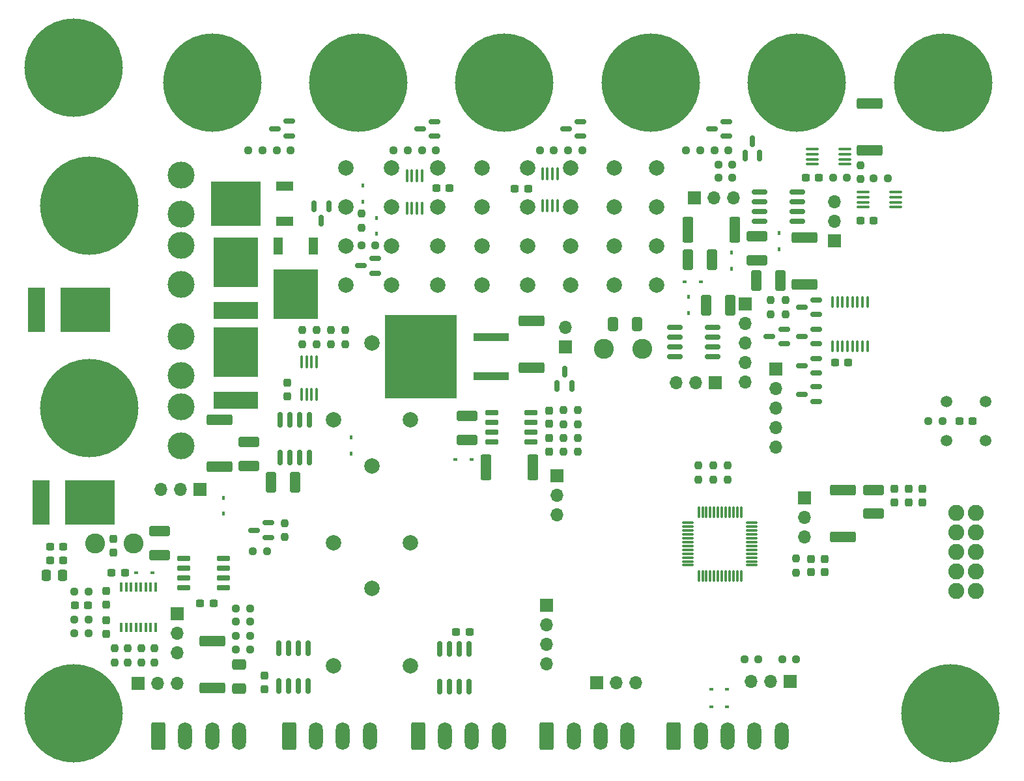
<source format=gbr>
%TF.GenerationSoftware,KiCad,Pcbnew,7.0.9-7.0.9~ubuntu22.04.1*%
%TF.CreationDate,2023-11-29T19:20:40+01:00*%
%TF.ProjectId,battery-management-system,62617474-6572-4792-9d6d-616e6167656d,rev?*%
%TF.SameCoordinates,Original*%
%TF.FileFunction,Soldermask,Bot*%
%TF.FilePolarity,Negative*%
%FSLAX46Y46*%
G04 Gerber Fmt 4.6, Leading zero omitted, Abs format (unit mm)*
G04 Created by KiCad (PCBNEW 7.0.9-7.0.9~ubuntu22.04.1) date 2023-11-29 19:20:40*
%MOMM*%
%LPD*%
G01*
G04 APERTURE LIST*
G04 Aperture macros list*
%AMRoundRect*
0 Rectangle with rounded corners*
0 $1 Rounding radius*
0 $2 $3 $4 $5 $6 $7 $8 $9 X,Y pos of 4 corners*
0 Add a 4 corners polygon primitive as box body*
4,1,4,$2,$3,$4,$5,$6,$7,$8,$9,$2,$3,0*
0 Add four circle primitives for the rounded corners*
1,1,$1+$1,$2,$3*
1,1,$1+$1,$4,$5*
1,1,$1+$1,$6,$7*
1,1,$1+$1,$8,$9*
0 Add four rect primitives between the rounded corners*
20,1,$1+$1,$2,$3,$4,$5,0*
20,1,$1+$1,$4,$5,$6,$7,0*
20,1,$1+$1,$6,$7,$8,$9,0*
20,1,$1+$1,$8,$9,$2,$3,0*%
G04 Aperture macros list end*
%ADD10C,3.500000*%
%ADD11C,2.000000*%
%ADD12RoundRect,0.250000X-0.650000X-1.550000X0.650000X-1.550000X0.650000X1.550000X-0.650000X1.550000X0*%
%ADD13O,1.800000X3.600000*%
%ADD14C,6.800000*%
%ADD15C,12.800000*%
%ADD16R,1.700000X1.700000*%
%ADD17O,1.700000X1.700000*%
%ADD18C,1.500000*%
%ADD19C,2.600000*%
%ADD20C,2.083600*%
%ADD21RoundRect,0.100000X-0.100000X0.712500X-0.100000X-0.712500X0.100000X-0.712500X0.100000X0.712500X0*%
%ADD22RoundRect,0.237500X-0.237500X0.250000X-0.237500X-0.250000X0.237500X-0.250000X0.237500X0.250000X0*%
%ADD23RoundRect,0.237500X0.250000X0.237500X-0.250000X0.237500X-0.250000X-0.237500X0.250000X-0.237500X0*%
%ADD24R,5.760000X2.200000*%
%ADD25R,5.800000X6.400000*%
%ADD26RoundRect,0.249999X1.425001X-0.450001X1.425001X0.450001X-1.425001X0.450001X-1.425001X-0.450001X0*%
%ADD27RoundRect,0.237500X-0.300000X-0.237500X0.300000X-0.237500X0.300000X0.237500X-0.300000X0.237500X0*%
%ADD28RoundRect,0.150000X0.587500X0.150000X-0.587500X0.150000X-0.587500X-0.150000X0.587500X-0.150000X0*%
%ADD29RoundRect,0.237500X-0.237500X0.300000X-0.237500X-0.300000X0.237500X-0.300000X0.237500X0.300000X0*%
%ADD30RoundRect,0.237500X0.300000X0.237500X-0.300000X0.237500X-0.300000X-0.237500X0.300000X-0.237500X0*%
%ADD31R,0.450000X0.600000*%
%ADD32RoundRect,0.150000X0.150000X-0.587500X0.150000X0.587500X-0.150000X0.587500X-0.150000X-0.587500X0*%
%ADD33RoundRect,0.250000X0.337500X0.475000X-0.337500X0.475000X-0.337500X-0.475000X0.337500X-0.475000X0*%
%ADD34RoundRect,0.150000X0.825000X0.150000X-0.825000X0.150000X-0.825000X-0.150000X0.825000X-0.150000X0*%
%ADD35RoundRect,0.100000X0.712500X0.100000X-0.712500X0.100000X-0.712500X-0.100000X0.712500X-0.100000X0*%
%ADD36RoundRect,0.250000X-0.412500X-1.100000X0.412500X-1.100000X0.412500X1.100000X-0.412500X1.100000X0*%
%ADD37RoundRect,0.237500X0.237500X-0.250000X0.237500X0.250000X-0.237500X0.250000X-0.237500X-0.250000X0*%
%ADD38RoundRect,0.250000X1.100000X-0.412500X1.100000X0.412500X-1.100000X0.412500X-1.100000X-0.412500X0*%
%ADD39RoundRect,0.237500X0.237500X-0.300000X0.237500X0.300000X-0.237500X0.300000X-0.237500X-0.300000X0*%
%ADD40RoundRect,0.237500X-0.250000X-0.237500X0.250000X-0.237500X0.250000X0.237500X-0.250000X0.237500X0*%
%ADD41RoundRect,0.150000X0.150000X-0.825000X0.150000X0.825000X-0.150000X0.825000X-0.150000X-0.825000X0*%
%ADD42R,2.200000X1.200000*%
%ADD43R,6.400000X5.800000*%
%ADD44RoundRect,0.250000X-1.100000X0.412500X-1.100000X-0.412500X1.100000X-0.412500X1.100000X0.412500X0*%
%ADD45RoundRect,0.100000X-0.100000X0.637500X-0.100000X-0.637500X0.100000X-0.637500X0.100000X0.637500X0*%
%ADD46RoundRect,0.150000X-0.150000X0.587500X-0.150000X-0.587500X0.150000X-0.587500X0.150000X0.587500X0*%
%ADD47R,0.600000X0.450000*%
%ADD48RoundRect,0.250000X0.412500X1.100000X-0.412500X1.100000X-0.412500X-1.100000X0.412500X-1.100000X0*%
%ADD49RoundRect,0.249999X-0.450001X-1.425001X0.450001X-1.425001X0.450001X1.425001X-0.450001X1.425001X0*%
%ADD50RoundRect,0.250000X0.412500X0.650000X-0.412500X0.650000X-0.412500X-0.650000X0.412500X-0.650000X0*%
%ADD51R,4.600000X1.100000*%
%ADD52R,9.400000X10.800000*%
%ADD53RoundRect,0.150000X0.725000X0.150000X-0.725000X0.150000X-0.725000X-0.150000X0.725000X-0.150000X0*%
%ADD54RoundRect,0.100000X0.100000X-0.712500X0.100000X0.712500X-0.100000X0.712500X-0.100000X-0.712500X0*%
%ADD55RoundRect,0.150000X-0.825000X-0.150000X0.825000X-0.150000X0.825000X0.150000X-0.825000X0.150000X0*%
%ADD56RoundRect,0.249999X-1.425001X0.450001X-1.425001X-0.450001X1.425001X-0.450001X1.425001X0.450001X0*%
%ADD57RoundRect,0.075000X0.662500X0.075000X-0.662500X0.075000X-0.662500X-0.075000X0.662500X-0.075000X0*%
%ADD58RoundRect,0.075000X0.075000X0.662500X-0.075000X0.662500X-0.075000X-0.662500X0.075000X-0.662500X0*%
%ADD59R,0.400000X1.200000*%
%ADD60RoundRect,0.150000X-0.150000X0.825000X-0.150000X-0.825000X0.150000X-0.825000X0.150000X0.825000X0*%
%ADD61RoundRect,0.250000X-0.650000X0.412500X-0.650000X-0.412500X0.650000X-0.412500X0.650000X0.412500X0*%
%ADD62R,1.200000X2.200000*%
%ADD63R,2.200000X5.760000*%
%ADD64RoundRect,0.249999X0.450001X1.425001X-0.450001X1.425001X-0.450001X-1.425001X0.450001X-1.425001X0*%
G04 APERTURE END LIST*
D10*
%TO.C,F1*%
X42000000Y-42000000D03*
X42000000Y-47080000D03*
X42000000Y-51140000D03*
X42000000Y-56220000D03*
%TD*%
D11*
%TO.C,SW6*%
X87000000Y-41080000D03*
X87000000Y-46160000D03*
X87000000Y-51240000D03*
X87000000Y-56320000D03*
%TD*%
D12*
%TO.C,J9*%
X106000000Y-115000000D03*
D13*
X109500000Y-115000000D03*
X113000000Y-115000000D03*
X116500000Y-115000000D03*
X120000000Y-115000000D03*
%TD*%
D12*
%TO.C,J18*%
X89500000Y-115000000D03*
D13*
X93000000Y-115000000D03*
X96500000Y-115000000D03*
X100000000Y-115000000D03*
%TD*%
D12*
%TO.C,J15*%
X39000000Y-115000000D03*
D13*
X42500000Y-115000000D03*
X46000000Y-115000000D03*
X49500000Y-115000000D03*
%TD*%
D14*
%TO.C,J5*%
X122000000Y-30000000D03*
D15*
X122000000Y-30000000D03*
%TD*%
D16*
%TO.C,J19*%
X111400000Y-69000000D03*
D17*
X108860000Y-69000000D03*
X106320000Y-69000000D03*
%TD*%
D11*
%TO.C,SW3*%
X98300000Y-41080000D03*
X98300000Y-46160000D03*
X98300000Y-51240000D03*
X98300000Y-56320000D03*
%TD*%
D10*
%TO.C,F2*%
X42000000Y-63000000D03*
X42000000Y-68080000D03*
X42000000Y-72140000D03*
X42000000Y-77220000D03*
%TD*%
D18*
%TO.C,RESET1*%
X146540000Y-76540000D03*
X146540000Y-71460000D03*
X141460000Y-76540000D03*
X141460000Y-71460000D03*
%TD*%
D11*
%TO.C,C32*%
X66800000Y-95800000D03*
X61800000Y-105800000D03*
X71800000Y-105800000D03*
%TD*%
D14*
%TO.C,J1*%
X46000000Y-30000000D03*
D15*
X46000000Y-30000000D03*
%TD*%
D14*
%TO.C,J10*%
X30000000Y-72300000D03*
D15*
X30000000Y-72300000D03*
%TD*%
D19*
%TO.C,L1*%
X35800000Y-89900000D03*
X30800000Y-89900000D03*
%TD*%
D11*
%TO.C,C30*%
X66800000Y-63800000D03*
X61800000Y-73800000D03*
X71800000Y-73800000D03*
%TD*%
%TO.C,SW1*%
X103800000Y-41080000D03*
X103800000Y-46160000D03*
X103800000Y-51240000D03*
X103800000Y-56320000D03*
%TD*%
D16*
%TO.C,J22*%
X119300000Y-67200000D03*
D17*
X119300000Y-69740000D03*
X119300000Y-72280000D03*
X119300000Y-74820000D03*
X119300000Y-77360000D03*
%TD*%
D16*
%TO.C,J11*%
X95975000Y-108000000D03*
D17*
X98515000Y-108000000D03*
X101055000Y-108000000D03*
%TD*%
D16*
%TO.C,J12*%
X123000000Y-84000000D03*
D17*
X123000000Y-86540000D03*
X123000000Y-89080000D03*
%TD*%
D12*
%TO.C,J17*%
X72767500Y-115000000D03*
D13*
X76267500Y-115000000D03*
X79767500Y-115000000D03*
X83267500Y-115000000D03*
%TD*%
D11*
%TO.C,C31*%
X66800000Y-79800000D03*
X61800000Y-89800000D03*
X71800000Y-89800000D03*
%TD*%
D16*
%TO.C,J23*%
X91900000Y-64375000D03*
D17*
X91900000Y-61835000D03*
%TD*%
D12*
%TO.C,J16*%
X56000000Y-115000000D03*
D13*
X59500000Y-115000000D03*
X63000000Y-115000000D03*
X66500000Y-115000000D03*
%TD*%
D16*
%TO.C,J21*%
X36400000Y-108100000D03*
D17*
X38940000Y-108100000D03*
X41480000Y-108100000D03*
%TD*%
D16*
%TO.C,J14*%
X44425000Y-82900000D03*
D17*
X41885000Y-82900000D03*
X39345000Y-82900000D03*
%TD*%
D14*
%TO.C,J6*%
X30000000Y-46000000D03*
D15*
X30000000Y-46000000D03*
%TD*%
D16*
%TO.C,J24*%
X41500000Y-99075000D03*
D17*
X41500000Y-101615000D03*
X41500000Y-104155000D03*
%TD*%
D14*
%TO.C,J3*%
X84000000Y-30000000D03*
D15*
X84000000Y-30000000D03*
%TD*%
D16*
%TO.C,J20*%
X121125000Y-107900000D03*
D17*
X118585000Y-107900000D03*
X116045000Y-107900000D03*
%TD*%
D15*
%TO.C,H2*%
X28000000Y-112000000D03*
%TD*%
%TO.C,H3*%
X142000000Y-112000000D03*
%TD*%
D11*
%TO.C,SW2*%
X92600000Y-41080000D03*
X92600000Y-46160000D03*
X92600000Y-51240000D03*
X92600000Y-56320000D03*
%TD*%
D20*
%TO.C,U5*%
X142730000Y-88460000D03*
X142730000Y-91000000D03*
X142730000Y-96080000D03*
X145270000Y-96080000D03*
X142730000Y-93540000D03*
X145270000Y-88460000D03*
X145270000Y-85920000D03*
X145270000Y-91000000D03*
X145270000Y-93540000D03*
X142730000Y-85920000D03*
%TD*%
D14*
%TO.C,J2*%
X65000000Y-30000000D03*
D15*
X65000000Y-30000000D03*
%TD*%
D19*
%TO.C,L2*%
X101900000Y-64600000D03*
X96900000Y-64600000D03*
%TD*%
D16*
%TO.C,J13*%
X89500000Y-97960000D03*
D17*
X89500000Y-100500000D03*
X89500000Y-103040000D03*
X89500000Y-105580000D03*
%TD*%
D16*
%TO.C,J26*%
X108675000Y-45000000D03*
D17*
X111215000Y-45000000D03*
X113755000Y-45000000D03*
%TD*%
D14*
%TO.C,J8*%
X141000000Y-30000000D03*
D15*
X141000000Y-30000000D03*
%TD*%
D16*
%TO.C,J27*%
X115300000Y-58800000D03*
D17*
X115300000Y-61340000D03*
X115300000Y-63880000D03*
X115300000Y-66420000D03*
X115300000Y-68960000D03*
%TD*%
D11*
%TO.C,SW7*%
X63400000Y-41080000D03*
X63400000Y-46160000D03*
X63400000Y-51240000D03*
X63400000Y-56320000D03*
%TD*%
%TO.C,SW8*%
X75300000Y-41080000D03*
X75300000Y-46160000D03*
X75300000Y-51240000D03*
X75300000Y-56320000D03*
%TD*%
D14*
%TO.C,J4*%
X103000000Y-30000000D03*
D15*
X103000000Y-30000000D03*
%TD*%
%TO.C,H1*%
X28000000Y-28000000D03*
%TD*%
D16*
%TO.C,J28*%
X126900000Y-50525000D03*
D17*
X126900000Y-47985000D03*
X126900000Y-45445000D03*
%TD*%
D11*
%TO.C,SW5*%
X69300000Y-41080000D03*
X69300000Y-46160000D03*
X69300000Y-51240000D03*
X69300000Y-56320000D03*
%TD*%
%TO.C,SW4*%
X81100000Y-41080000D03*
X81100000Y-46160000D03*
X81100000Y-51240000D03*
X81100000Y-56320000D03*
%TD*%
D16*
%TO.C,J25*%
X90800000Y-81100000D03*
D17*
X90800000Y-83640000D03*
X90800000Y-86180000D03*
%TD*%
D21*
%TO.C,U10*%
X57625000Y-66287500D03*
X58275000Y-66287500D03*
X58925000Y-66287500D03*
X59575000Y-66287500D03*
X59575000Y-70512500D03*
X58925000Y-70512500D03*
X58275000Y-70512500D03*
X57625000Y-70512500D03*
%TD*%
D22*
%TO.C,R50*%
X120500000Y-58287500D03*
X120500000Y-60112500D03*
%TD*%
D23*
%TO.C,R29*%
X90412500Y-38800000D03*
X88587500Y-38800000D03*
%TD*%
D24*
%TO.C,D9*%
X49100000Y-71300000D03*
D25*
X49100000Y-65000000D03*
%TD*%
D26*
%TO.C,R59*%
X128000000Y-89050000D03*
X128000000Y-82950000D03*
%TD*%
D27*
%TO.C,C17*%
X85337500Y-43800000D03*
X87062500Y-43800000D03*
%TD*%
D23*
%TO.C,R47*%
X53112500Y-90900000D03*
X51287500Y-90900000D03*
%TD*%
D27*
%TO.C,C26*%
X143137500Y-74000000D03*
X144862500Y-74000000D03*
%TD*%
D28*
%TO.C,Q7*%
X74875000Y-35050000D03*
X74875000Y-36950000D03*
X73000000Y-36000000D03*
%TD*%
D29*
%TO.C,C24*%
X125600000Y-91937500D03*
X125600000Y-93662500D03*
%TD*%
D23*
%TO.C,R26*%
X75112500Y-38800000D03*
X73287500Y-38800000D03*
%TD*%
D30*
%TO.C,C34*%
X131962500Y-47900000D03*
X130237500Y-47900000D03*
%TD*%
D31*
%TO.C,D24*%
X119700000Y-51650000D03*
X119700000Y-49550000D03*
%TD*%
D32*
%TO.C,Q11*%
X92750000Y-69437500D03*
X90850000Y-69437500D03*
X91800000Y-67562500D03*
%TD*%
D33*
%TO.C,C9*%
X26537500Y-94100000D03*
X24462500Y-94100000D03*
%TD*%
D34*
%TO.C,U15*%
X111075000Y-61795000D03*
X111075000Y-63065000D03*
X111075000Y-64335000D03*
X111075000Y-65605000D03*
X106125000Y-65605000D03*
X106125000Y-64335000D03*
X106125000Y-63065000D03*
X106125000Y-61795000D03*
%TD*%
D35*
%TO.C,U11*%
X128212500Y-38625000D03*
X128212500Y-39275000D03*
X128212500Y-39925000D03*
X128212500Y-40575000D03*
X123987500Y-40575000D03*
X123987500Y-39925000D03*
X123987500Y-39275000D03*
X123987500Y-38625000D03*
%TD*%
D29*
%TO.C,C4*%
X89800000Y-76237500D03*
X89800000Y-77962500D03*
%TD*%
D27*
%TO.C,C33*%
X126937500Y-66400000D03*
X128662500Y-66400000D03*
%TD*%
D29*
%TO.C,C25*%
X123800000Y-91937500D03*
X123800000Y-93662500D03*
%TD*%
D31*
%TO.C,D15*%
X107900000Y-57850000D03*
X107900000Y-59950000D03*
%TD*%
D36*
%TO.C,C36*%
X110237500Y-58900000D03*
X113362500Y-58900000D03*
%TD*%
D37*
%TO.C,R8*%
X91700000Y-78012500D03*
X91700000Y-76187500D03*
%TD*%
D23*
%TO.C,R23*%
X113612500Y-40600000D03*
X111787500Y-40600000D03*
%TD*%
D37*
%TO.C,R9*%
X91700000Y-74412500D03*
X91700000Y-72587500D03*
%TD*%
D22*
%TO.C,R39*%
X59600000Y-62187500D03*
X59600000Y-64012500D03*
%TD*%
D27*
%TO.C,C14*%
X28137500Y-98000000D03*
X29862500Y-98000000D03*
%TD*%
D38*
%TO.C,C1*%
X39200000Y-91462500D03*
X39200000Y-88337500D03*
%TD*%
D39*
%TO.C,C10*%
X32200000Y-97862500D03*
X32200000Y-96137500D03*
%TD*%
D40*
%TO.C,R5*%
X49087500Y-100100000D03*
X50912500Y-100100000D03*
%TD*%
D23*
%TO.C,R28*%
X94112500Y-38800000D03*
X92287500Y-38800000D03*
%TD*%
D39*
%TO.C,C18*%
X52800000Y-108862500D03*
X52800000Y-107137500D03*
%TD*%
D23*
%TO.C,R22*%
X113612500Y-42300000D03*
X111787500Y-42300000D03*
%TD*%
%TO.C,R24*%
X56212500Y-38800000D03*
X54387500Y-38800000D03*
%TD*%
D41*
%TO.C,U9*%
X79405000Y-108575000D03*
X78135000Y-108575000D03*
X76865000Y-108575000D03*
X75595000Y-108575000D03*
X75595000Y-103625000D03*
X76865000Y-103625000D03*
X78135000Y-103625000D03*
X79405000Y-103625000D03*
%TD*%
D42*
%TO.C,Q2*%
X55400000Y-43420000D03*
D43*
X49100000Y-45700000D03*
D42*
X55400000Y-47980000D03*
%TD*%
D23*
%TO.C,R21*%
X121912500Y-105000000D03*
X120087500Y-105000000D03*
%TD*%
D37*
%TO.C,R42*%
X61400000Y-64012500D03*
X61400000Y-62187500D03*
%TD*%
D28*
%TO.C,Q12*%
X120337500Y-62050000D03*
X120337500Y-63950000D03*
X118462500Y-63000000D03*
%TD*%
D23*
%TO.C,R6*%
X50912500Y-101900000D03*
X49087500Y-101900000D03*
%TD*%
D40*
%TO.C,FB1*%
X28087500Y-96200000D03*
X29912500Y-96200000D03*
%TD*%
D31*
%TO.C,D3*%
X47500000Y-86050000D03*
X47500000Y-83950000D03*
%TD*%
D37*
%TO.C,R16*%
X36800000Y-105412500D03*
X36800000Y-103587500D03*
%TD*%
D23*
%TO.C,R7*%
X50912500Y-98400000D03*
X49087500Y-98400000D03*
%TD*%
D44*
%TO.C,C19*%
X132000000Y-82937500D03*
X132000000Y-86062500D03*
%TD*%
D39*
%TO.C,C27*%
X55800000Y-70762500D03*
X55800000Y-69037500D03*
%TD*%
D26*
%TO.C,R1*%
X131500000Y-38750000D03*
X131500000Y-32650000D03*
%TD*%
D45*
%TO.C,U13*%
X126625000Y-58537500D03*
X127275000Y-58537500D03*
X127925000Y-58537500D03*
X128575000Y-58537500D03*
X129225000Y-58537500D03*
X129875000Y-58537500D03*
X130525000Y-58537500D03*
X131175000Y-58537500D03*
X131175000Y-64262500D03*
X130525000Y-64262500D03*
X129875000Y-64262500D03*
X129225000Y-64262500D03*
X128575000Y-64262500D03*
X127925000Y-64262500D03*
X127275000Y-64262500D03*
X126625000Y-64262500D03*
%TD*%
D31*
%TO.C,D2*%
X67400000Y-47550000D03*
X67400000Y-49650000D03*
%TD*%
D28*
%TO.C,Q16*%
X124537500Y-65850000D03*
X124537500Y-67750000D03*
X122662500Y-66800000D03*
%TD*%
D23*
%TO.C,R55*%
X133812500Y-42400000D03*
X131987500Y-42400000D03*
%TD*%
%TO.C,R25*%
X52512500Y-38800000D03*
X50687500Y-38800000D03*
%TD*%
D46*
%TO.C,Q1*%
X59250000Y-46062500D03*
X61150000Y-46062500D03*
X60200000Y-47937500D03*
%TD*%
D29*
%TO.C,C21*%
X134700000Y-82837500D03*
X134700000Y-84562500D03*
%TD*%
D47*
%TO.C,D21*%
X110850000Y-108900000D03*
X112950000Y-108900000D03*
%TD*%
D26*
%TO.C,R51*%
X46000000Y-108750000D03*
X46000000Y-102650000D03*
%TD*%
D48*
%TO.C,C28*%
X56762500Y-82000000D03*
X53637500Y-82000000D03*
%TD*%
D40*
%TO.C,R35*%
X139087500Y-74000000D03*
X140912500Y-74000000D03*
%TD*%
D21*
%TO.C,U6*%
X71325000Y-42087500D03*
X71975000Y-42087500D03*
X72625000Y-42087500D03*
X73275000Y-42087500D03*
X73275000Y-46312500D03*
X72625000Y-46312500D03*
X71975000Y-46312500D03*
X71325000Y-46312500D03*
%TD*%
D49*
%TO.C,R52*%
X81550000Y-80000000D03*
X87650000Y-80000000D03*
%TD*%
D22*
%TO.C,R36*%
X109200000Y-79787500D03*
X109200000Y-81612500D03*
%TD*%
%TO.C,R49*%
X118600000Y-58287500D03*
X118600000Y-60112500D03*
%TD*%
D30*
%TO.C,C3*%
X46162500Y-97700000D03*
X44437500Y-97700000D03*
%TD*%
D23*
%TO.C,R30*%
X113112500Y-38800000D03*
X111287500Y-38800000D03*
%TD*%
D40*
%TO.C,R4*%
X49087500Y-103700000D03*
X50912500Y-103700000D03*
%TD*%
D50*
%TO.C,C8*%
X101262500Y-61400000D03*
X98137500Y-61400000D03*
%TD*%
D28*
%TO.C,Q10*%
X53337500Y-87250000D03*
X53337500Y-89150000D03*
X51462500Y-88200000D03*
%TD*%
D37*
%TO.C,R57*%
X130300000Y-42512500D03*
X130300000Y-40687500D03*
%TD*%
D22*
%TO.C,R38*%
X113000000Y-79787500D03*
X113000000Y-81612500D03*
%TD*%
D28*
%TO.C,Q6*%
X56000000Y-35000000D03*
X56000000Y-36900000D03*
X54125000Y-35950000D03*
%TD*%
D30*
%TO.C,C23*%
X79462500Y-101400000D03*
X77737500Y-101400000D03*
%TD*%
D22*
%TO.C,R2*%
X65400000Y-46987500D03*
X65400000Y-48812500D03*
%TD*%
D24*
%TO.C,D8*%
X49100000Y-59600000D03*
D25*
X49100000Y-53300000D03*
%TD*%
D51*
%TO.C,R48*%
X82275000Y-63060000D03*
X82275000Y-68140000D03*
D52*
X73125000Y-65600000D03*
%TD*%
D41*
%TO.C,U12*%
X58605000Y-78775000D03*
X57335000Y-78775000D03*
X56065000Y-78775000D03*
X54795000Y-78775000D03*
X54795000Y-73825000D03*
X56065000Y-73825000D03*
X57335000Y-73825000D03*
X58605000Y-73825000D03*
%TD*%
D39*
%TO.C,C12*%
X32200000Y-101662500D03*
X32200000Y-99937500D03*
%TD*%
D48*
%TO.C,C37*%
X119862500Y-55700000D03*
X116737500Y-55700000D03*
%TD*%
D30*
%TO.C,C35*%
X124862500Y-42300000D03*
X123137500Y-42300000D03*
%TD*%
D53*
%TO.C,U1*%
X47475000Y-91895000D03*
X47475000Y-93165000D03*
X47475000Y-94435000D03*
X47475000Y-95705000D03*
X42325000Y-95705000D03*
X42325000Y-94435000D03*
X42325000Y-93165000D03*
X42325000Y-91895000D03*
%TD*%
D47*
%TO.C,D23*%
X109550000Y-55900000D03*
X107450000Y-55900000D03*
%TD*%
D22*
%TO.C,R37*%
X111100000Y-79787500D03*
X111100000Y-81612500D03*
%TD*%
D31*
%TO.C,D1*%
X65600000Y-45450000D03*
X65600000Y-43350000D03*
%TD*%
D22*
%TO.C,R10*%
X93500000Y-72587500D03*
X93500000Y-74412500D03*
%TD*%
D54*
%TO.C,U7*%
X90875000Y-46012500D03*
X90225000Y-46012500D03*
X89575000Y-46012500D03*
X88925000Y-46012500D03*
X88925000Y-41787500D03*
X89575000Y-41787500D03*
X90225000Y-41787500D03*
X90875000Y-41787500D03*
%TD*%
D30*
%TO.C,C13*%
X26662500Y-92100000D03*
X24937500Y-92100000D03*
%TD*%
D38*
%TO.C,C29*%
X50800000Y-79862500D03*
X50800000Y-76737500D03*
%TD*%
D53*
%TO.C,U2*%
X87475000Y-72895000D03*
X87475000Y-74165000D03*
X87475000Y-75435000D03*
X87475000Y-76705000D03*
X82325000Y-76705000D03*
X82325000Y-75435000D03*
X82325000Y-74165000D03*
X82325000Y-72895000D03*
%TD*%
D32*
%TO.C,Q5*%
X117150000Y-39437500D03*
X115250000Y-39437500D03*
X116200000Y-37562500D03*
%TD*%
D23*
%TO.C,R3*%
X67212500Y-51100000D03*
X65387500Y-51100000D03*
%TD*%
D28*
%TO.C,Q4*%
X67237500Y-52850000D03*
X67237500Y-54750000D03*
X65362500Y-53800000D03*
%TD*%
D55*
%TO.C,U16*%
X117125000Y-48005000D03*
X117125000Y-46735000D03*
X117125000Y-45465000D03*
X117125000Y-44195000D03*
X122075000Y-44195000D03*
X122075000Y-45465000D03*
X122075000Y-46735000D03*
X122075000Y-48005000D03*
%TD*%
D28*
%TO.C,Q17*%
X124537500Y-69550000D03*
X124537500Y-71450000D03*
X122662500Y-70500000D03*
%TD*%
D47*
%TO.C,D20*%
X77650000Y-79000000D03*
X79750000Y-79000000D03*
%TD*%
D30*
%TO.C,C16*%
X76862500Y-43700000D03*
X75137500Y-43700000D03*
%TD*%
D22*
%TO.C,R46*%
X55400000Y-87287500D03*
X55400000Y-89112500D03*
%TD*%
D56*
%TO.C,R43*%
X47000000Y-73850000D03*
X47000000Y-79950000D03*
%TD*%
D39*
%TO.C,C5*%
X33200000Y-91062500D03*
X33200000Y-89337500D03*
%TD*%
D40*
%TO.C,R20*%
X115187500Y-105000000D03*
X117012500Y-105000000D03*
%TD*%
D23*
%TO.C,R31*%
X109412500Y-38800000D03*
X107587500Y-38800000D03*
%TD*%
D38*
%TO.C,C2*%
X79100000Y-76462500D03*
X79100000Y-73337500D03*
%TD*%
D37*
%TO.C,R17*%
X33300000Y-105412500D03*
X33300000Y-103587500D03*
%TD*%
D40*
%TO.C,R56*%
X126687500Y-42300000D03*
X128512500Y-42300000D03*
%TD*%
D28*
%TO.C,Q9*%
X112875000Y-35050000D03*
X112875000Y-36950000D03*
X111000000Y-36000000D03*
%TD*%
D47*
%TO.C,D5*%
X38250000Y-93700000D03*
X36150000Y-93700000D03*
%TD*%
D23*
%TO.C,R12*%
X29912500Y-99800000D03*
X28087500Y-99800000D03*
%TD*%
%TO.C,R13*%
X29912500Y-101600000D03*
X28087500Y-101600000D03*
%TD*%
D29*
%TO.C,C22*%
X138300000Y-82837500D03*
X138300000Y-84562500D03*
%TD*%
D38*
%TO.C,C38*%
X116800000Y-53062500D03*
X116800000Y-49937500D03*
%TD*%
D28*
%TO.C,Q15*%
X124537500Y-62050000D03*
X124537500Y-63950000D03*
X122662500Y-63000000D03*
%TD*%
D57*
%TO.C,U4*%
X116162500Y-87250000D03*
X116162500Y-87750000D03*
X116162500Y-88250000D03*
X116162500Y-88750000D03*
X116162500Y-89250000D03*
X116162500Y-89750000D03*
X116162500Y-90250000D03*
X116162500Y-90750000D03*
X116162500Y-91250000D03*
X116162500Y-91750000D03*
X116162500Y-92250000D03*
X116162500Y-92750000D03*
D58*
X114750000Y-94162500D03*
X114250000Y-94162500D03*
X113750000Y-94162500D03*
X113250000Y-94162500D03*
X112750000Y-94162500D03*
X112250000Y-94162500D03*
X111750000Y-94162500D03*
X111250000Y-94162500D03*
X110750000Y-94162500D03*
X110250000Y-94162500D03*
X109750000Y-94162500D03*
X109250000Y-94162500D03*
D57*
X107837500Y-92750000D03*
X107837500Y-92250000D03*
X107837500Y-91750000D03*
X107837500Y-91250000D03*
X107837500Y-90750000D03*
X107837500Y-90250000D03*
X107837500Y-89750000D03*
X107837500Y-89250000D03*
X107837500Y-88750000D03*
X107837500Y-88250000D03*
X107837500Y-87750000D03*
X107837500Y-87250000D03*
D58*
X109250000Y-85837500D03*
X109750000Y-85837500D03*
X110250000Y-85837500D03*
X110750000Y-85837500D03*
X111250000Y-85837500D03*
X111750000Y-85837500D03*
X112250000Y-85837500D03*
X112750000Y-85837500D03*
X113250000Y-85837500D03*
X113750000Y-85837500D03*
X114250000Y-85837500D03*
X114750000Y-85837500D03*
%TD*%
D59*
%TO.C,U3*%
X38622500Y-100800000D03*
X37987500Y-100800000D03*
X37352500Y-100800000D03*
X36717500Y-100800000D03*
X36082500Y-100800000D03*
X35447500Y-100800000D03*
X34812500Y-100800000D03*
X34177500Y-100800000D03*
X34177500Y-95600000D03*
X34812500Y-95600000D03*
X35447500Y-95600000D03*
X36082500Y-95600000D03*
X36717500Y-95600000D03*
X37352500Y-95600000D03*
X37987500Y-95600000D03*
X38622500Y-95600000D03*
%TD*%
D28*
%TO.C,Q14*%
X124537500Y-58250000D03*
X124537500Y-60150000D03*
X122662500Y-59200000D03*
%TD*%
D60*
%TO.C,U8*%
X54695000Y-103525000D03*
X55965000Y-103525000D03*
X57235000Y-103525000D03*
X58505000Y-103525000D03*
X58505000Y-108475000D03*
X57235000Y-108475000D03*
X55965000Y-108475000D03*
X54695000Y-108475000D03*
%TD*%
D30*
%TO.C,C11*%
X26662500Y-90300000D03*
X24937500Y-90300000D03*
%TD*%
D29*
%TO.C,C6*%
X89800000Y-72637500D03*
X89800000Y-74362500D03*
%TD*%
D30*
%TO.C,C15*%
X34662500Y-93700000D03*
X32937500Y-93700000D03*
%TD*%
D22*
%TO.C,R11*%
X93500000Y-76187500D03*
X93500000Y-78012500D03*
%TD*%
D35*
%TO.C,U14*%
X134812500Y-44225000D03*
X134812500Y-44875000D03*
X134812500Y-45525000D03*
X134812500Y-46175000D03*
X130587500Y-46175000D03*
X130587500Y-45525000D03*
X130587500Y-44875000D03*
X130587500Y-44225000D03*
%TD*%
D56*
%TO.C,R45*%
X123000000Y-50150000D03*
X123000000Y-56250000D03*
%TD*%
D61*
%TO.C,C7*%
X49500000Y-105637500D03*
X49500000Y-108762500D03*
%TD*%
D22*
%TO.C,R41*%
X63300000Y-62187500D03*
X63300000Y-64012500D03*
%TD*%
D29*
%TO.C,C20*%
X136500000Y-82837500D03*
X136500000Y-84562500D03*
%TD*%
D37*
%TO.C,R40*%
X57700000Y-64012500D03*
X57700000Y-62187500D03*
%TD*%
%TO.C,R15*%
X35000000Y-105412500D03*
X35000000Y-103587500D03*
%TD*%
D62*
%TO.C,Q3*%
X54620000Y-51200000D03*
D25*
X56900000Y-57500000D03*
D62*
X59180000Y-51200000D03*
%TD*%
D31*
%TO.C,D22*%
X64100000Y-76150000D03*
X64100000Y-78250000D03*
%TD*%
D37*
%TO.C,R14*%
X38500000Y-105412500D03*
X38500000Y-103587500D03*
%TD*%
D56*
%TO.C,R54*%
X87500000Y-60950000D03*
X87500000Y-67050000D03*
%TD*%
D28*
%TO.C,Q8*%
X93875000Y-35050000D03*
X93875000Y-36950000D03*
X92000000Y-36000000D03*
%TD*%
D63*
%TO.C,D13*%
X23200000Y-59500000D03*
D43*
X29500000Y-59500000D03*
%TD*%
D31*
%TO.C,D25*%
X113500000Y-52050000D03*
X113500000Y-54150000D03*
%TD*%
D47*
%TO.C,D4*%
X110850000Y-111200000D03*
X112950000Y-111200000D03*
%TD*%
D23*
%TO.C,R27*%
X71412500Y-38800000D03*
X69587500Y-38800000D03*
%TD*%
D63*
%TO.C,D14*%
X23800000Y-84600000D03*
D43*
X30100000Y-84600000D03*
%TD*%
D22*
%TO.C,FB2*%
X121900000Y-91887500D03*
X121900000Y-93712500D03*
%TD*%
D64*
%TO.C,R44*%
X113950000Y-49100000D03*
X107850000Y-49100000D03*
%TD*%
D48*
%TO.C,C39*%
X110962500Y-53000000D03*
X107837500Y-53000000D03*
%TD*%
M02*

</source>
